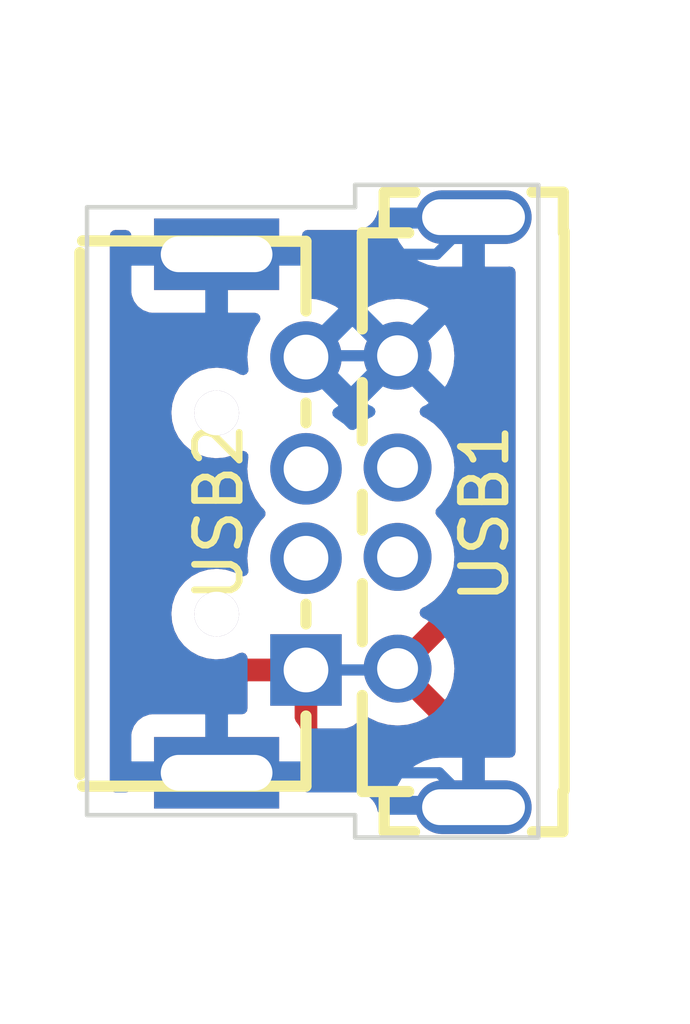
<source format=kicad_pcb>
(kicad_pcb (version 20211014) (generator pcbnew)
  (layers (0 "F.Cu" signal) (31 "B.Cu" signal) (34 "B.Paste" user) (35 "F.Paste" user) (36 "B.SilkS" user "B.Silkscreen") (37 "F.SilkS" user "F.Silkscreen") (38 "B.Mask" user) (39 "F.Mask" user) (44 "Edge.Cuts" user))
  (net 0 "")
  (net 1 "GND")
  (net 2 "+5V")
  (footprint "lib:USB-A-TH_U-G-04WD-W-01" (layer "F.Cu") (at 127.6 85.3525 -90)
    (fp_text reference "USB1" (at 0 -5 90) (layer "F.SilkS"))
    (fp_text value "U-G-04DD-W-01")
    (fp_line (start -6.09 -1) (end -6.1 4) (layer "F.SilkS") (width 0.25))
    (fp_line (start -2.47 -1) (end -2.03 -1) (layer "F.SilkS") (width 0.25))
    (fp_line (start -5.84 4.06) (end 5.84 4.06) (layer "F.SilkS") (width 0.25))
    (fp_line (start 4.53 -1) (end 6.1 -1) (layer "F.SilkS") (width 0.25))
    (fp_line (start -6.09 -1) (end -4.53 -1) (layer "F.SilkS") (width 0.25))
    (fp_line (start 2.03 -1) (end 2.47 -1) (layer "F.SilkS") (width 0.25))
    (fp_line (start 6.1 4) (end 6.1 -1) (layer "F.SilkS") (width 0.25))
    (pad "" thru_hole circle (at 2.25 1 270) (size 1 1) (drill 1) (layers *.Cu *.Mask))
    (pad "" thru_hole circle (at -2.25 1 270) (size 1 1) (drill 1) (layers *.Cu *.Mask))
    (pad "1" thru_hole rect (at 3.5 -1 270) (size 1.6 1.6) (drill 0.999998) (layers *.Cu *.Paste *.Mask) (net 2 "+5V"))
    (pad "2" thru_hole circle (at 1 -1 270) (size 1.6 1.6) (drill 0.999998) (layers *.Cu *.Paste *.Mask))
    (pad "3" thru_hole circle (at -1 -1 270) (size 1.6 1.6) (drill 0.999998) (layers *.Cu *.Paste *.Mask))
    (pad "4" thru_hole circle (at -3.5 -1 270) (size 1.6 1.6) (drill 0.999998) (layers *.Cu *.Paste *.Mask) (net 1 "GND"))
    (pad "5" thru_hole rect (at 5.8 1 270) (size 1.6 2.8) (drill oval 0.799998 2.499995) (layers *.Cu *.Paste *.Mask) (net 1 "GND"))
    (pad "6" thru_hole rect (at -5.8 1 270) (size 1.6 2.8) (drill oval 0.799998 2.499995) (layers *.Cu *.Paste *.Mask) (net 1 "GND"))
  )
  (footprint "lib:USB-A-TH_USB-M-40" (layer "F.Cu") (at 131.5 85.3225 90)
    (fp_text reference "USB2" (at 0 -4.85 90) (layer "F.SilkS"))
    (fp_text value "A_F90PBTWhiteplastic_C42615")
    (fp_line (start -2.9 -1.64) (end -1.6 -1.64) (layer "F.SilkS") (width 0.25))
    (fp_line (start -7.15 2.17) (end -7.15 2.85) (layer "F.SilkS") (width 0.25))
    (fp_line (start -7.15 -1.15) (end -7.15 -0.47) (layer "F.SilkS") (width 0.25))
    (fp_line (start -6.25 -0.6) (end -6.25 -1.64) (layer "F.SilkS") (width 0.25))
    (fp_line (start 7.16 -1.15) (end 7.16 -0.46) (layer "F.SilkS") (width 0.25))
    (fp_line (start 7.16 2.16) (end 7.16 2.86) (layer "F.SilkS") (width 0.25))
    (fp_line (start -6.22 2.88) (end 6.28 2.88) (layer "F.SilkS") (width 0.25))
    (fp_line (start -7.15 -1.15) (end -6.25 -1.15) (layer "F.SilkS") (width 0.25))
    (fp_line (start -6.25 2.85) (end -7.15 2.85) (layer "F.SilkS") (width 0.25))
    (fp_line (start 1.6 -1.64) (end 2.9 -1.64) (layer "F.SilkS") (width 0.25))
    (fp_line (start 6.26 -1.15) (end 7.16 -1.15) (layer "F.SilkS") (width 0.25))
    (fp_line (start 6.25 -0.6) (end 6.25 -1.64) (layer "F.SilkS") (width 0.25))
    (fp_line (start 6.25 2.86) (end 7.15 2.86) (layer "F.SilkS") (width 0.25))
    (fp_line (start -6.25 -1.64) (end -4.1 -1.64) (layer "F.SilkS") (width 0.25))
    (fp_line (start 4.1 -1.64) (end 6.25 -1.64) (layer "F.SilkS") (width 0.25))
    (fp_line (start -0.4 -1.64) (end 0.4 -1.64) (layer "F.SilkS") (width 0.25))
    (pad "1" thru_hole circle (at -3.5 -0.85 90) (size 1.52 1.52) (drill 0.9144) (layers *.Cu *.Paste *.Mask) (net 2 "+5V"))
    (pad "2" thru_hole circle (at -1 -0.85 90) (size 1.52 1.52) (drill 0.9144) (layers *.Cu *.Paste *.Mask))
    (pad "3" thru_hole circle (at 1 -0.85 90) (size 1.52 1.52) (drill 0.9144) (layers *.Cu *.Paste *.Mask))
    (pad "4" thru_hole circle (at 3.5 -0.85 90) (size 1.52 1.52) (drill 0.9144) (layers *.Cu *.Paste *.Mask) (net 1 "GND"))
    (pad "5" thru_hole oval (at 6.6 0.85 180) (size 2.6 1.2) (drill oval 2.301138 0.799998) (layers *.Cu *.Paste *.Mask) (net 1 "GND"))
    (pad "6" thru_hole oval (at -6.6 0.85) (size 2.6 1.2) (drill oval 2.301138 0.799998) (layers *.Cu *.Paste *.Mask) (net 1 "GND"))
  )
  (gr_line (start 133.8 78) (end 129.7 78) (layer "Edge.Cuts") (width 0.1))
  (gr_line (start 129.7 92.6) (end 133.8 92.6) (layer "Edge.Cuts") (width 0.1))
  (gr_line (start 129.7 78.5) (end 123.7 78.5) (layer "Edge.Cuts") (width 0.1))
  (gr_line (start 129.7 92.6) (end 129.7 92.1) (layer "Edge.Cuts") (width 0.1))
  (gr_line (start 129.7 92.1) (end 123.7 92.1) (layer "Edge.Cuts") (width 0.1))
  (gr_line (start 129.7 78) (end 129.7 78.5) (layer "Edge.Cuts") (width 0.1))
  (gr_line (start 123.7 78.5) (end 123.7 92.1) (layer "Edge.Cuts") (width 0.1))
  (gr_line (start 133.8 92.6) (end 133.8 78) (layer "Edge.Cuts") (width 0.1))
  (segment (start 132.35 91.9225) (end 132.35 83.5225) (width 0.25) (layer "B.Cu") (net 1))
  (segment (start 126.6 91.1525) (end 131.58 91.1525) (width 0.25) (layer "B.Cu") (net 1))
  (segment (start 132.35 83.5225) (end 130.65 81.8225) (width 0.25) (layer "B.Cu") (net 1))
  (segment (start 128.63 81.8225) (end 128.6 81.8525) (width 0.25) (layer "B.Cu") (net 1))
  (segment (start 130.65 81.8225) (end 132.35 80.1225) (width 0.25) (layer "B.Cu") (net 1))
  (segment (start 130.65 81.8225) (end 128.63 81.8225) (width 0.25) (layer "B.Cu") (net 1))
  (segment (start 131.52 79.5525) (end 132.35 78.7225) (width 0.25) (layer "B.Cu") (net 1))
  (segment (start 131.58 91.1525) (end 132.35 91.9225) (width 0.25) (layer "B.Cu") (net 1))
  (segment (start 132.35 80.1225) (end 132.35 78.7225) (width 0.25) (layer "B.Cu") (net 1))
  (segment (start 126.6 79.5525) (end 131.52 79.5525) (width 0.25) (layer "B.Cu") (net 1))
  (segment (start 128.6 88.8525) (end 130.62 88.8525) (width 0.25) (layer "B.Cu") (net 2))
  (segment (start 130.62 88.8525) (end 130.65 88.8225) (width 0.25) (layer "B.Cu") (net 2))
  (zone (net 2) (net_name "+5V") (layer "F.Cu") (connect_pads (clearance 0.508)) (min_thickness 0.254) (fill yes (thermal_gap 0.508) (thermal_bridge_width 0.508))
    (polygon (pts (xy 134.5 92.8) (xy 122.8 92.7) (xy 123 77.2) (xy 134.4 77.2)))
  )
  (zone (net 1) (net_name "GND") (layer "B.Cu") (connect_pads (clearance 0.508)) (min_thickness 0.254) (fill yes (thermal_gap 0.508) (thermal_bridge_width 0.508))
    (polygon (pts (xy 134.8 93.1) (xy 123.3 93.1) (xy 123.3 77.6) (xy 134.8 77.6)))
  )
)
</source>
